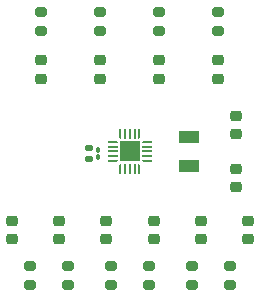
<source format=gbr>
%TF.GenerationSoftware,KiCad,Pcbnew,9.0.2*%
%TF.CreationDate,2025-05-30T03:52:38+02:00*%
%TF.ProjectId,Clock10,436c6f63-6b31-4302-9e6b-696361645f70,rev?*%
%TF.SameCoordinates,Original*%
%TF.FileFunction,Soldermask,Top*%
%TF.FilePolarity,Negative*%
%FSLAX46Y46*%
G04 Gerber Fmt 4.6, Leading zero omitted, Abs format (unit mm)*
G04 Created by KiCad (PCBNEW 9.0.2) date 2025-05-30 03:52:38*
%MOMM*%
%LPD*%
G01*
G04 APERTURE LIST*
G04 Aperture macros list*
%AMRoundRect*
0 Rectangle with rounded corners*
0 $1 Rounding radius*
0 $2 $3 $4 $5 $6 $7 $8 $9 X,Y pos of 4 corners*
0 Add a 4 corners polygon primitive as box body*
4,1,4,$2,$3,$4,$5,$6,$7,$8,$9,$2,$3,0*
0 Add four circle primitives for the rounded corners*
1,1,$1+$1,$2,$3*
1,1,$1+$1,$4,$5*
1,1,$1+$1,$6,$7*
1,1,$1+$1,$8,$9*
0 Add four rect primitives between the rounded corners*
20,1,$1+$1,$2,$3,$4,$5,0*
20,1,$1+$1,$4,$5,$6,$7,0*
20,1,$1+$1,$6,$7,$8,$9,0*
20,1,$1+$1,$8,$9,$2,$3,0*%
%AMFreePoly0*
4,1,14,0.334644,0.085355,0.385355,0.034644,0.400000,-0.000711,0.400000,-0.050000,0.385355,-0.085355,0.350000,-0.100000,-0.350000,-0.100000,-0.385355,-0.085355,-0.400000,-0.050000,-0.400000,0.050000,-0.385355,0.085355,-0.350000,0.100000,0.299289,0.100000,0.334644,0.085355,0.334644,0.085355,$1*%
%AMFreePoly1*
4,1,14,0.385355,0.085355,0.400000,0.050000,0.400000,0.000711,0.385355,-0.034644,0.334644,-0.085355,0.299289,-0.100000,-0.350000,-0.100000,-0.385355,-0.085355,-0.400000,-0.050000,-0.400000,0.050000,-0.385355,0.085355,-0.350000,0.100000,0.350000,0.100000,0.385355,0.085355,0.385355,0.085355,$1*%
%AMFreePoly2*
4,1,14,0.085355,0.385355,0.100000,0.350000,0.100000,-0.350000,0.085355,-0.385355,0.050000,-0.400000,-0.050000,-0.400000,-0.085355,-0.385355,-0.100000,-0.350000,-0.100000,0.299289,-0.085355,0.334644,-0.034644,0.385355,0.000711,0.400000,0.050000,0.400000,0.085355,0.385355,0.085355,0.385355,$1*%
%AMFreePoly3*
4,1,14,0.034644,0.385355,0.085355,0.334644,0.100000,0.299289,0.100000,-0.350000,0.085355,-0.385355,0.050000,-0.400000,-0.050000,-0.400000,-0.085355,-0.385355,-0.100000,-0.350000,-0.100000,0.350000,-0.085355,0.385355,-0.050000,0.400000,-0.000711,0.400000,0.034644,0.385355,0.034644,0.385355,$1*%
%AMFreePoly4*
4,1,14,0.385355,0.085355,0.400000,0.050000,0.400000,-0.050000,0.385355,-0.085355,0.350000,-0.100000,-0.299289,-0.100000,-0.334644,-0.085355,-0.385355,-0.034644,-0.400000,0.000711,-0.400000,0.050000,-0.385355,0.085355,-0.350000,0.100000,0.350000,0.100000,0.385355,0.085355,0.385355,0.085355,$1*%
%AMFreePoly5*
4,1,14,0.385355,0.085355,0.400000,0.050000,0.400000,-0.050000,0.385355,-0.085355,0.350000,-0.100000,-0.350000,-0.100000,-0.385355,-0.085355,-0.400000,-0.050000,-0.400000,-0.000711,-0.385355,0.034644,-0.334644,0.085355,-0.299289,0.100000,0.350000,0.100000,0.385355,0.085355,0.385355,0.085355,$1*%
%AMFreePoly6*
4,1,14,0.085355,0.385355,0.100000,0.350000,0.100000,-0.299289,0.085355,-0.334644,0.034644,-0.385355,-0.000711,-0.400000,-0.050000,-0.400000,-0.085355,-0.385355,-0.100000,-0.350000,-0.100000,0.350000,-0.085355,0.385355,-0.050000,0.400000,0.050000,0.400000,0.085355,0.385355,0.085355,0.385355,$1*%
%AMFreePoly7*
4,1,14,0.085355,0.385355,0.100000,0.350000,0.100000,-0.350000,0.085355,-0.385355,0.050000,-0.400000,0.000711,-0.400000,-0.034644,-0.385355,-0.085355,-0.334644,-0.100000,-0.299289,-0.100000,0.350000,-0.085355,0.385355,-0.050000,0.400000,0.050000,0.400000,0.085355,0.385355,0.085355,0.385355,$1*%
G04 Aperture macros list end*
%ADD10RoundRect,0.200000X-0.275000X0.200000X-0.275000X-0.200000X0.275000X-0.200000X0.275000X0.200000X0*%
%ADD11RoundRect,0.218750X0.256250X-0.218750X0.256250X0.218750X-0.256250X0.218750X-0.256250X-0.218750X0*%
%ADD12FreePoly0,0.000000*%
%ADD13RoundRect,0.050000X-0.350000X-0.050000X0.350000X-0.050000X0.350000X0.050000X-0.350000X0.050000X0*%
%ADD14FreePoly1,0.000000*%
%ADD15FreePoly2,0.000000*%
%ADD16RoundRect,0.050000X-0.050000X-0.350000X0.050000X-0.350000X0.050000X0.350000X-0.050000X0.350000X0*%
%ADD17FreePoly3,0.000000*%
%ADD18FreePoly4,0.000000*%
%ADD19FreePoly5,0.000000*%
%ADD20FreePoly6,0.000000*%
%ADD21FreePoly7,0.000000*%
%ADD22R,1.700000X1.700000*%
%ADD23RoundRect,0.200000X0.275000X-0.200000X0.275000X0.200000X-0.275000X0.200000X-0.275000X-0.200000X0*%
%ADD24RoundRect,0.225000X-0.250000X0.225000X-0.250000X-0.225000X0.250000X-0.225000X0.250000X0.225000X0*%
%ADD25RoundRect,0.218750X-0.256250X0.218750X-0.256250X-0.218750X0.256250X-0.218750X0.256250X0.218750X0*%
%ADD26RoundRect,0.100000X0.100000X-0.130000X0.100000X0.130000X-0.100000X0.130000X-0.100000X-0.130000X0*%
%ADD27R,1.800000X1.000000*%
%ADD28RoundRect,0.225000X0.250000X-0.225000X0.250000X0.225000X-0.250000X0.225000X-0.250000X-0.225000X0*%
%ADD29RoundRect,0.140000X0.170000X-0.140000X0.170000X0.140000X-0.170000X0.140000X-0.170000X-0.140000X0*%
G04 APERTURE END LIST*
D10*
%TO.C,R6*%
X94750000Y-109675000D03*
X94750000Y-111325000D03*
%TD*%
D11*
%TO.C,D9*%
X106000000Y-107427500D03*
X106000000Y-105852500D03*
%TD*%
%TO.C,D5*%
X90000000Y-107427500D03*
X90000000Y-105852500D03*
%TD*%
D12*
%TO.C,U1*%
X98550000Y-99200000D03*
D13*
X98550000Y-99600000D03*
X98550000Y-100000000D03*
X98550000Y-100400000D03*
D14*
X98550000Y-100800000D03*
D15*
X99200000Y-101450000D03*
D16*
X99600000Y-101450000D03*
X100000000Y-101450000D03*
X100400000Y-101450000D03*
D17*
X100800000Y-101450000D03*
D18*
X101450000Y-100800000D03*
D13*
X101450000Y-100400000D03*
X101450000Y-100000000D03*
X101450000Y-99600000D03*
D19*
X101450000Y-99200000D03*
D20*
X100800000Y-98550000D03*
D16*
X100400000Y-98550000D03*
X100000000Y-98550000D03*
X99600000Y-98550000D03*
D21*
X99200000Y-98550000D03*
D22*
X100000000Y-100000000D03*
%TD*%
D11*
%TO.C,D7*%
X98000000Y-107427500D03*
X98000000Y-105852500D03*
%TD*%
D23*
%TO.C,R1*%
X92500000Y-89825000D03*
X92500000Y-88175000D03*
%TD*%
D24*
%TO.C,C1*%
X109020000Y-101475000D03*
X109020000Y-103025000D03*
%TD*%
D10*
%TO.C,R7*%
X98375000Y-109675000D03*
X98375000Y-111325000D03*
%TD*%
D25*
%TO.C,D1*%
X92500000Y-92262500D03*
X92500000Y-93837500D03*
%TD*%
D26*
%TO.C,C3*%
X97330000Y-100500000D03*
X97330000Y-99860000D03*
%TD*%
D23*
%TO.C,R4*%
X107500000Y-89825000D03*
X107500000Y-88175000D03*
%TD*%
D25*
%TO.C,D3*%
X102500000Y-92262500D03*
X102500000Y-93837500D03*
%TD*%
D11*
%TO.C,D6*%
X94000000Y-107427500D03*
X94000000Y-105852500D03*
%TD*%
D25*
%TO.C,D2*%
X97500000Y-92262500D03*
X97500000Y-93837500D03*
%TD*%
%TO.C,D4*%
X107500000Y-92262500D03*
X107500000Y-93837500D03*
%TD*%
D10*
%TO.C,R0*%
X108500000Y-109675000D03*
X108500000Y-111325000D03*
%TD*%
D11*
%TO.C,D0*%
X110000000Y-107427500D03*
X110000000Y-105852500D03*
%TD*%
D23*
%TO.C,R2*%
X97500000Y-89825000D03*
X97500000Y-88175000D03*
%TD*%
D10*
%TO.C,R8*%
X101625000Y-109675000D03*
X101625000Y-111325000D03*
%TD*%
D27*
%TO.C,Y1*%
X105020000Y-98750000D03*
X105020000Y-101250000D03*
%TD*%
D11*
%TO.C,D8*%
X102000000Y-107427500D03*
X102000000Y-105852500D03*
%TD*%
D28*
%TO.C,C2*%
X109020000Y-98525000D03*
X109020000Y-96975000D03*
%TD*%
D29*
%TO.C,C4*%
X96510000Y-100680000D03*
X96510000Y-99720000D03*
%TD*%
D10*
%TO.C,R9*%
X105250000Y-109675000D03*
X105250000Y-111325000D03*
%TD*%
%TO.C,R5*%
X91500000Y-109675000D03*
X91500000Y-111325000D03*
%TD*%
D23*
%TO.C,R3*%
X102500000Y-89825000D03*
X102500000Y-88175000D03*
%TD*%
M02*

</source>
